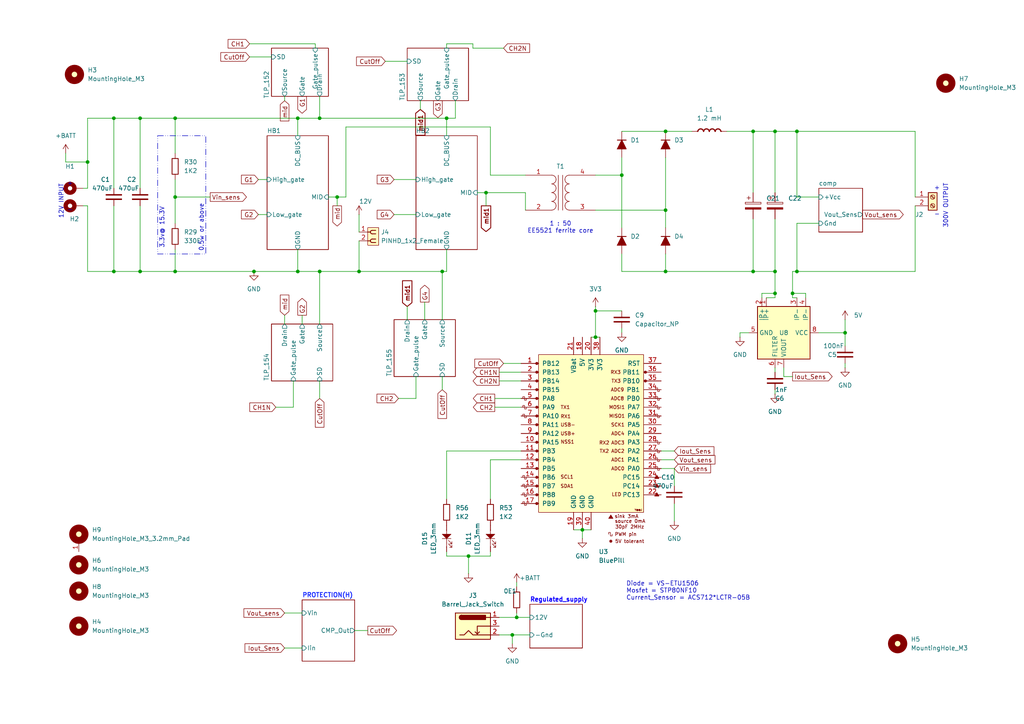
<source format=kicad_sch>
(kicad_sch (version 20231120) (generator "eeschema") (generator_version "8.0")
  (paper "A4")
  (lib_symbols
    (symbol "ACS712xLCTR-05B_1"
      (property "Reference" "U8" (at 2.1941 12.7 0))
      (property "Value" "ACS712xLCTR-05B" (at 2.1941 10.16 0))
      (symbol "ACS712xLCTR-05B_1_1_1"
        (pin passive line (at -10.16 -5.08 0) (length 2.54) (name "IP+") (number "1"))
        (pin passive line (at -10.16 -6.35 0) (length 2.54) (name "IP+") (number "2"))
        (pin passive line (at -10.16 3.81 0) (length 2.54) (name "IP-") (number "3"))
        (pin passive line (at -10.16 6.35 0) (length 2.54) (name "IP-") (number "4"))
        (pin power_in line (at 0 -10.16 90) (length 2.54) (name "GND") (number "5"))
        (pin passive line (at 10.16 -2.54 180) (length 2.54) (name "FILTER") (number "6"))
        (pin output line (at 10.16 0 180) (length 2.54) (name "VIOUT") (number "7"))
        (pin power_in line (at 0 10.16 270) (length 2.54) (name "VCC") (number "8"))
      )
    )
    (symbol "Connector:Barrel_Jack_Switch" (pin_names hide)
      (property "Reference" "J" (at 0 5.334 0))
      (property "Value" "Barrel_Jack_Switch" (at 0 -5.08 0))
      (symbol "Barrel_Jack_Switch_1_1"
        (pin passive line (at 7.62 2.54 180) (length 2.54) (name "~") (number "1"))
        (pin passive line (at 7.62 -2.54 180) (length 2.54) (name "~") (number "2"))
        (pin passive line (at 7.62 0 180) (length 2.54) (name "~") (number "3"))
      )
    )
    (symbol "Connector:Screw_Terminal_01x02" (pin_names (offset 1.016) hide)
      (property "Reference" "J" (at 0 2.54 0))
      (property "Value" "Screw_Terminal_01x02" (at 0 -5.08 0))
      (symbol "Screw_Terminal_01x02_1_1"
        (pin passive line (at -5.08 0 0) (length 3.81) (name "Pin_1") (number "1"))
        (pin passive line (at -5.08 -2.54 0) (length 3.81) (name "Pin_2") (number "2"))
      )
    )
    (symbol "Device:Transformer_1P_1S" (pin_names (offset 1.016) hide)
      (property "Reference" "T" (at 0 6.35 0))
      (property "Value" "Transformer_1P_1S" (at 0 -7.62 0))
      (symbol "Transformer_1P_1S_1_1"
        (pin passive line (at -10.16 5.08 0) (length 7.62) (name "AA") (number "1"))
        (pin passive line (at -10.16 -5.08 0) (length 7.62) (name "AB") (number "2"))
        (pin passive line (at 10.16 -5.08 180) (length 7.62) (name "SA") (number "3"))
        (pin passive line (at 10.16 5.08 180) (length 7.62) (name "SB") (number "4"))
      )
    )
    (symbol "PCM_Capacitor_AKL:CP_Generic" (pin_numbers hide) (pin_names (offset 0.254))
      (property "Reference" "C" (at 0.635 2.54 0))
      (property "Value" "CP_Generic" (at 0.635 -2.54 0))
      (symbol "CP_Generic_1_1"
        (pin passive line (at 0 3.81 270) (length 2.794) (name "~") (number "1"))
        (pin passive line (at 0 -3.81 90) (length 2.794) (name "~") (number "2"))
      )
    )
    (symbol "PCM_Diode_AKL:VS-ETU1506" (pin_numbers hide) (pin_names (offset 1.016) hide)
      (property "Reference" "D" (at 0 5.08 0))
      (property "Value" "VS-ETU1506" (at 0 2.54 0))
      (symbol "VS-ETU1506_1_1"
        (pin passive line (at 3.81 0 180) (length 2.54) (name "K") (number "1"))
        (pin passive line (at -3.81 0 0) (length 2.54) (name "A") (number "2"))
      )
    )
    (symbol "PCM_Elektuur:L" (pin_numbers hide) (pin_names (offset 0) hide)
      (property "Reference" "L" (at 2.54 3.175 0))
      (property "Value" "L" (at 2.54 -3.175 0))
      (symbol "L_1_0"
        (pin passive line (at 0 5.08 270) (length 1.5748) (name "+") (number "1"))
        (pin passive line (at 0 -5.08 90) (length 1.5748) (name "-") (number "2"))
      )
    )
    (symbol "PCM_SL_Devices:Capacitor_NP"
      (property "Reference" "C" (at 0 6.35 0))
      (property "Value" "Capacitor_NP" (at 0 3.81 0))
      (symbol "Capacitor_NP_1_1"
        (pin passive line (at -2.54 0 0) (length 2) (name "~") (number "1"))
        (pin input line (at 2.54 0 180) (length 2) (name "~") (number "2"))
      )
    )
    (symbol "PCM_SL_Devices:LED_3mm"
      (property "Reference" "D" (at -0.508 5.334 0))
      (property "Value" "LED_3mm" (at -0.508 2.794 0))
      (symbol "LED_3mm_1_1"
        (pin passive line (at 3.81 0 180) (length 1.5) (name "~") (number "1"))
        (pin passive line (at -3.81 0 0) (length 1.5) (name "") (number "2"))
      )
    )
    (symbol "PCM_SL_Mechanical:MountingHole_M3"
      (property "Reference" "H" (at 0 7.62 0))
      (property "Value" "MountingHole_M3" (at 0 5.08 0))
    )
    (symbol "PCM_SL_Mechanical:MountingHole_M3_3.2mm_Pad"
      (property "Reference" "H" (at 0 7.62 0))
      (property "Value" "MountingHole_M3_3.2mm_Pad" (at 0 5.08 0))
      (symbol "MountingHole_M3_3.2mm_Pad_1_1"
        (pin passive line (at 0 -5.08 90) (length 2.54) (name "") (number "1"))
      )
    )
    (symbol "PCM_SL_Pin_Headers:PINHD_1x2_Female"
      (property "Reference" "J" (at 0 7.62 0))
      (property "Value" "PINHD_1x2_Female" (at 0 5.08 0))
      (symbol "PINHD_1x2_Female_1_1"
        (pin passive line (at -3.81 1.27 0) (length 2.54) (name "") (number "1"))
        (pin passive line (at -3.81 -1.27 0) (length 2.54) (name "") (number "2"))
      )
    )
    (symbol "PCM_SL_Resistors:Resistor"
      (property "Reference" "R" (at 0 5.08 0))
      (property "Value" "Resistor" (at 0 2.54 0))
      (symbol "Resistor_1_1"
        (pin passive line (at -3.81 0 0) (length 1.5) (name "") (number "1"))
        (pin passive line (at 3.81 0 180) (length 1.5) (name "~") (number "2"))
      )
    )
    (symbol "inqbe:BluePill" (pin_names (offset 1.016))
      (property "Reference" "U" (at -13.97 24.13 0))
      (property "Value" "BluePill" (at 0 6.35 90))
      (symbol "BluePill_0_0"
        (text "30pF 2MHz" (at 11.176 -27.051 0) (effects (font (size 0.9906 0.9906))))
        (text "5V tolerant" (at 11.176 -31.242 0) (effects (font (size 0.9906 0.9906))))
        (text "ADC0" (at 7.747 -10.16 0) (effects (font (size 0.9906 0.9906))))
        (text "ADC1" (at 7.747 -7.62 0) (effects (font (size 0.9906 0.9906))))
        (text "ADC2" (at 7.747 -5.08 0) (effects (font (size 0.9906 0.9906))))
        (text "ADC3" (at 7.747 -2.667 0) (effects (font (size 0.9906 0.9906))))
        (text "ADC4" (at 7.747 0 0) (effects (font (size 0.9906 0.9906))))
        (text "ADC8" (at 7.62 10.16 0) (effects (font (size 0.9906 0.9906))))
        (text "ADC9" (at 7.62 12.7 0) (effects (font (size 0.9906 0.9906))))
        (text "LED" (at 7.366 -17.653 0) (effects (font (size 0.9906 0.9906))))
        (text "MISO1" (at 7.493 5.08 0) (effects (font (size 0.9906 0.9906))))
        (text "MOSI1" (at 7.493 7.62 0) (effects (font (size 0.9906 0.9906))))
        (text "NSS1" (at -6.858 -2.413 0) (effects (font (size 0.9906 0.9906))))
        (text "PWM pin" (at 10.033 -29.21 0) (effects (font (size 0.9906 0.9906))))
        (text "RX1" (at -7.366 4.953 0) (effects (font (size 0.9906 0.9906))))
        (text "RX2" (at 3.81 -2.667 0) (effects (font (size 0.9906 0.9906))))
        (text "RX3" (at 7.112 17.78 0) (effects (font (size 0.9906 0.9906))))
        (text "SCK1" (at 7.747 2.54 0) (effects (font (size 0.9906 0.9906))))
        (text "SCL1" (at -6.985 -12.573 0) (effects (font (size 0.9906 0.9906))))
        (text "SDA1" (at -6.985 -15.24 0) (effects (font (size 0.9906 0.9906))))
        (text "sink 3mA" (at 10.287 -24.003 0) (effects (font (size 0.9906 0.9906))))
        (text "source 0mA" (at 11.303 -25.4 0) (effects (font (size 0.9906 0.9906))))
        (text "TX1" (at -7.493 7.62 0) (effects (font (size 0.9906 0.9906))))
        (text "TX2" (at 3.81 -5.08 0) (effects (font (size 0.9906 0.9906))))
        (text "TX3" (at 7.239 15.24 0) (effects (font (size 0.9906 0.9906))))
        (text "USB+" (at -6.731 0 0) (effects (font (size 0.9906 0.9906))))
        (text "USB-" (at -6.731 2.54 0) (effects (font (size 0.9906 0.9906))))
        (text "Y@@J" (at 13.6906 -22.1488 0) (effects (font (size 0.508 0.508))))
      )
      (symbol "BluePill_1_1"
        (pin bidirectional line (at -20.32 20.32 0) (length 5.08) (name "PB12") (number "1"))
        (pin bidirectional line (at -20.32 -2.54 0) (length 5.08) (name "PA15") (number "10"))
        (pin bidirectional line (at -20.32 -5.08 0) (length 5.08) (name "PB3") (number "11"))
        (pin bidirectional line (at -20.32 -7.62 0) (length 5.08) (name "PB4") (number "12"))
        (pin bidirectional line (at -20.32 -10.16 0) (length 5.08) (name "PB5") (number "13"))
        (pin bidirectional line (at -20.32 -12.7 0) (length 5.08) (name "PB6") (number "14"))
        (pin bidirectional line (at -20.32 -15.24 0) (length 5.08) (name "PB7") (number "15"))
        (pin bidirectional line (at -20.32 -17.78 0) (length 5.08) (name "PB8") (number "16"))
        (pin bidirectional line (at -20.32 -20.32 0) (length 5.08) (name "PB9") (number "17"))
        (pin power_in line (at -2.54 27.94 270) (length 5.08) (name "5V") (number "18"))
        (pin power_in line (at -5.08 -27.94 90) (length 5.08) (name "GND") (number "19"))
        (pin bidirectional line (at -20.32 17.78 0) (length 5.08) (name "PB13") (number "2"))
        (pin power_in line (at 0 27.94 270) (length 5.08) (name "3V3") (number "20"))
        (pin power_in line (at -5.08 27.94 270) (length 5.08) (name "VBat") (number "21"))
        (pin bidirectional line (at 20.32 -17.78 180) (length 5.08) (name "PC13") (number "22"))
        (pin bidirectional line (at 20.32 -15.24 180) (length 5.08) (name "PC14") (number "23"))
        (pin bidirectional line (at 20.32 -12.7 180) (length 5.08) (name "PC15") (number "24"))
        (pin bidirectional line (at 20.32 -10.16 180) (length 5.08) (name "PA0") (number "25"))
        (pin bidirectional line (at 20.32 -7.62 180) (length 5.08) (name "PA1") (number "26"))
        (pin bidirectional line (at 20.32 -5.08 180) (length 5.08) (name "PA2") (number "27"))
        (pin bidirectional line (at 20.32 -2.54 180) (length 5.08) (name "PA3") (number "28"))
        (pin bidirectional line (at 20.32 0 180) (length 5.08) (name "PA4") (number "29"))
        (pin bidirectional line (at -20.32 15.24 0) (length 5.08) (name "PB14") (number "3"))
        (pin bidirectional line (at 20.32 2.54 180) (length 5.08) (name "PA5") (number "30"))
        (pin bidirectional line (at 20.32 5.08 180) (length 5.08) (name "PA6") (number "31"))
        (pin bidirectional line (at 20.32 7.62 180) (length 5.08) (name "PA7") (number "32"))
        (pin bidirectional line (at 20.32 10.16 180) (length 5.08) (name "PB0") (number "33"))
        (pin bidirectional line (at 20.32 12.7 180) (length 5.08) (name "PB1") (number "34"))
        (pin bidirectional line (at 20.32 15.24 180) (length 5.08) (name "PB10") (number "35"))
        (pin bidirectional line (at 20.32 17.78 180) (length 5.08) (name "PB11") (number "36"))
        (pin input line (at 20.32 20.32 180) (length 5.08) (name "RST") (number "37"))
        (pin power_in line (at 2.54 27.94 270) (length 5.08) (name "3V3") (number "38"))
        (pin power_in line (at -2.54 -27.94 90) (length 5.08) (name "GND") (number "39"))
        (pin bidirectional line (at -20.32 12.7 0) (length 5.08) (name "PB15") (number "4"))
        (pin power_in line (at 0 -27.94 90) (length 5.08) (name "GND") (number "40"))
        (pin bidirectional line (at -20.32 10.16 0) (length 5.08) (name "PA8") (number "5"))
        (pin bidirectional line (at -20.32 7.62 0) (length 5.08) (name "PA9") (number "6"))
        (pin bidirectional line (at -20.32 5.08 0) (length 5.08) (name "PA10") (number "7"))
        (pin bidirectional line (at -20.32 2.54 0) (length 5.08) (name "PA11") (number "8"))
        (pin bidirectional line (at -20.32 0 0) (length 5.08) (name "PA12") (number "9"))
      )
    )
    (symbol "inqbe:M5_bolt_terminal" (pin_numbers hide) (pin_names (offset 1.016) hide)
      (property "Reference" "H" (at 0 6.35 0))
      (property "Value" "M5_bolt_terminal" (at 0 4.445 0))
      (symbol "M5_bolt_terminal_1_1"
        (pin input line (at 0 -2.54 90) (length 2.54) (name "1") (number "1"))
      )
    )
    (symbol "power:+BATT" (power) (pin_numbers hide) (pin_names (offset 0) hide)
      (property "Value" "+BATT" (at 0 3.556 0))
      (symbol "+BATT_1_1"
        (pin power_in line (at 0 0 90) (length 0) (name "~") (number "1"))
      )
    )
    (symbol "power:GND" (power) (pin_numbers hide) (pin_names (offset 0) hide)
      (property "Value" "GND" (at 0 -3.81 0))
      (symbol "GND_1_1"
        (pin power_in line (at 0 0 270) (length 0) (name "~") (number "1"))
      )
    )
    (symbol "power:VCC" (power) (pin_numbers hide) (pin_names (offset 0) hide)
      (property "Value" "VCC" (at 0 3.556 0))
      (symbol "VCC_1_1"
        (pin power_in line (at 0 0 90) (length 0) (name "~") (number "1"))
      )
    )
  )
  (junction (at 172.72 97.79))
  (junction (at 193.04 38.1))
  (junction (at 168.91 153.67))
  (junction (at 224.79 78.74))
  (junction (at 231.14 38.1))
  (junction (at 218.44 78.74))
  (junction (at 40.64 78.74))
  (junction (at 148.59 184.15))
  (junction (at 128.27 78.74))
  (junction (at 50.8 78.74))
  (junction (at 193.04 60.96))
  (junction (at 193.04 78.74))
  (junction (at 180.34 50.8))
  (junction (at 149.86 179.07))
  (junction (at 33.02 78.74))
  (junction (at 86.36 78.74))
  (junction (at 224.79 85.09))
  (junction (at 218.44 38.1))
  (junction (at 33.02 34.29))
  (junction (at 172.72 90.17))
  (junction (at 40.64 34.29))
  (junction (at 92.71 34.29))
  (junction (at 86.36 34.29))
  (junction (at 50.8 34.29))
  (junction (at 231.14 78.74))
  (junction (at 129.54 34.29))
  (junction (at 104.14 78.74))
  (junction (at 92.71 78.74))
  (junction (at 245.11 96.52))
  (junction (at 135.89 161.29))
  (junction (at 97.79 57.15))
  (junction (at 50.8 57.15))
  (junction (at 140.97 55.88))
  (junction (at 25.4 46.99))
  (junction (at 73.66 78.74))
  (junction (at 224.79 38.1))
  (junction (at 229.87 85.09))
  (wire (pts (xy 137.16 13.97) (xy 146.05 13.97)))
  (wire (pts (xy 19.05 44.45) (xy 19.05 46.99)))
  (wire (pts (xy 152.4 50.8) (xy 142.24 50.8)))
  (wire (pts (xy 87.63 91.44) (xy 87.63 93.98)))
  (wire (pts (xy 142.24 144.78) (xy 142.24 133.35)))
  (wire (pts (xy 135.89 166.37) (xy 135.89 161.29)))
  (wire (pts (xy 224.79 85.09) (xy 220.98 85.09)))
  (wire (pts (xy 229.87 78.74) (xy 231.14 78.74)))
  (wire (pts (xy 82.55 177.8) (xy 87.63 177.8)))
  (wire (pts (xy 92.71 27.94) (xy 92.71 34.29)))
  (wire (pts (xy 104.14 78.74) (xy 128.27 78.74)))
  (wire (pts (xy 33.02 78.74) (xy 40.64 78.74)))
  (wire (pts (xy 129.54 144.78) (xy 129.54 130.81)))
  (wire (pts (xy 218.44 78.74) (xy 224.79 78.74)))
  (wire (pts (xy 265.43 57.15) (xy 265.43 38.1)))
  (wire (pts (xy 135.89 161.29) (xy 142.24 161.29)))
  (wire (pts (xy 19.05 46.99) (xy 25.4 46.99)))
  (wire (pts (xy 86.36 34.29) (xy 86.36 39.37)))
  (wire (pts (xy 143.51 118.11) (xy 151.13 118.11)))
  (wire (pts (xy 149.86 179.07) (xy 153.67 179.07)))
  (wire (pts (xy 104.14 62.23) (xy 104.14 67.31)))
  (wire (pts (xy 231.14 64.77) (xy 231.14 78.74)))
  (wire (pts (xy 148.59 184.15) (xy 153.67 184.15)))
  (wire (pts (xy 25.4 59.69) (xy 24.13 59.69)))
  (wire (pts (xy 138.43 55.88) (xy 140.97 55.88)))
  (wire (pts (xy 229.87 85.09) (xy 233.68 85.09)))
  (wire (pts (xy 25.4 34.29) (xy 25.4 46.99)))
  (wire (pts (xy 25.4 46.99) (xy 25.4 54.61)))
  (wire (pts (xy 193.04 78.74) (xy 218.44 78.74)))
  (wire (pts (xy 33.02 34.29) (xy 40.64 34.29)))
  (wire (pts (xy 128.27 109.22) (xy 128.27 113.03)))
  (wire (pts (xy 180.34 78.74) (xy 193.04 78.74)))
  (wire (pts (xy 142.24 133.35) (xy 151.13 133.35)))
  (wire (pts (xy 86.36 34.29) (xy 92.71 34.29)))
  (wire (pts (xy 220.98 86.36) (xy 220.98 85.09)))
  (wire (pts (xy 172.72 90.17) (xy 172.72 97.79)))
  (wire (pts (xy 245.11 105.41) (xy 245.11 106.68)))
  (wire (pts (xy 118.11 88.9) (xy 118.11 92.71)))
  (wire (pts (xy 144.78 179.07) (xy 149.86 179.07)))
  (wire (pts (xy 95.25 57.15) (xy 97.79 57.15)))
  (wire (pts (xy 50.8 57.15) (xy 60.96 57.15)))
  (wire (pts (xy 146.05 105.41) (xy 151.13 105.41)))
  (wire (pts (xy 152.4 60.96) (xy 152.4 55.88)))
  (wire (pts (xy 193.04 45.72) (xy 193.04 60.96)))
  (wire (pts (xy 24.13 54.61) (xy 25.4 54.61)))
  (wire (pts (xy 245.11 96.52) (xy 237.49 96.52)))
  (wire (pts (xy 129.54 160.02) (xy 129.54 161.29)))
  (wire (pts (xy 50.8 78.74) (xy 73.66 78.74)))
  (wire (pts (xy 193.04 73.66) (xy 193.04 78.74)))
  (wire (pts (xy 180.34 38.1) (xy 193.04 38.1)))
  (wire (pts (xy 50.8 57.15) (xy 50.8 64.77)))
  (wire (pts (xy 100.33 36.83) (xy 100.33 57.15)))
  (wire (pts (xy 233.68 86.36) (xy 233.68 85.09)))
  (wire (pts (xy 40.64 34.29) (xy 50.8 34.29)))
  (wire (pts (xy 40.64 59.69) (xy 40.64 78.74)))
  (wire (pts (xy 137.16 12.7) (xy 129.54 12.7)))
  (wire (pts (xy 82.55 27.94) (xy 82.55 29.21)))
  (wire (pts (xy 50.8 72.39) (xy 50.8 78.74)))
  (wire (pts (xy 114.3 62.23) (xy 120.65 62.23)))
  (wire (pts (xy 224.79 106.68) (xy 224.79 107.95)))
  (wire (pts (xy 114.3 52.07) (xy 120.65 52.07)))
  (wire (pts (xy 25.4 59.69) (xy 25.4 78.74)))
  (wire (pts (xy 137.16 13.97) (xy 137.16 12.7)))
  (wire (pts (xy 25.4 34.29) (xy 33.02 34.29)))
  (wire (pts (xy 115.57 115.57) (xy 120.65 115.57)))
  (wire (pts (xy 128.27 78.74) (xy 128.27 92.71)))
  (wire (pts (xy 172.72 50.8) (xy 180.34 50.8)))
  (wire (pts (xy 224.79 78.74) (xy 224.79 85.09)))
  (wire (pts (xy 82.55 91.44) (xy 82.55 93.98)))
  (wire (pts (xy 229.87 109.22) (xy 227.33 109.22)))
  (wire (pts (xy 50.8 52.07) (xy 50.8 57.15)))
  (wire (pts (xy 180.34 45.72) (xy 180.34 50.8)))
  (wire (pts (xy 73.66 78.74) (xy 86.36 78.74)))
  (wire (pts (xy 191.77 130.81) (xy 195.58 130.81)))
  (wire (pts (xy 104.14 69.85) (xy 104.14 78.74)))
  (wire (pts (xy 227.33 106.68) (xy 227.33 109.22)))
  (wire (pts (xy 148.59 184.15) (xy 148.59 186.69)))
  (wire (pts (xy 218.44 63.5) (xy 218.44 78.74)))
  (wire (pts (xy 86.36 72.39) (xy 86.36 78.74)))
  (wire (pts (xy 40.64 78.74) (xy 50.8 78.74)))
  (wire (pts (xy 129.54 161.29) (xy 135.89 161.29)))
  (wire (pts (xy 82.55 187.96) (xy 87.63 187.96)))
  (wire (pts (xy 172.72 97.79) (xy 173.99 97.79)))
  (wire (pts (xy 129.54 12.7) (xy 129.54 13.97)))
  (wire (pts (xy 92.71 78.74) (xy 104.14 78.74)))
  (wire (pts (xy 180.34 95.25) (xy 180.34 96.52)))
  (wire (pts (xy 92.71 110.49) (xy 92.71 115.57)))
  (wire (pts (xy 132.08 29.21) (xy 132.08 34.29)))
  (wire (pts (xy 229.87 85.09) (xy 229.87 86.36)))
  (wire (pts (xy 231.14 38.1) (xy 265.43 38.1)))
  (wire (pts (xy 121.92 29.21) (xy 121.92 31.75)))
  (wire (pts (xy 245.11 96.52) (xy 245.11 100.33)))
  (wire (pts (xy 50.8 34.29) (xy 50.8 44.45)))
  (wire (pts (xy 237.49 64.77) (xy 231.14 64.77)))
  (wire (pts (xy 123.19 87.63) (xy 123.19 92.71)))
  (wire (pts (xy 172.72 60.96) (xy 193.04 60.96)))
  (wire (pts (xy 231.14 38.1) (xy 231.14 57.15)))
  (wire (pts (xy 231.14 78.74) (xy 265.43 78.74)))
  (wire (pts (xy 102.87 182.88) (xy 106.68 182.88)))
  (wire (pts (xy 72.39 12.7) (xy 91.44 12.7)))
  (wire (pts (xy 97.79 57.15) (xy 100.33 57.15)))
  (wire (pts (xy 85.09 118.11) (xy 85.09 110.49)))
  (wire (pts (xy 214.63 96.52) (xy 214.63 97.79)))
  (wire (pts (xy 33.02 34.29) (xy 33.02 54.61)))
  (wire (pts (xy 265.43 59.69) (xy 265.43 78.74)))
  (wire (pts (xy 224.79 86.36) (xy 222.25 86.36)))
  (wire (pts (xy 144.78 107.95) (xy 151.13 107.95)))
  (wire (pts (xy 224.79 63.5) (xy 224.79 78.74)))
  (wire (pts (xy 120.65 115.57) (xy 120.65 109.22)))
  (wire (pts (xy 224.79 38.1) (xy 231.14 38.1)))
  (wire (pts (xy 180.34 50.8) (xy 180.34 66.04)))
  (wire (pts (xy 129.54 72.39) (xy 129.54 78.74)))
  (wire (pts (xy 91.44 12.7) (xy 91.44 13.97)))
  (wire (pts (xy 195.58 135.89) (xy 195.58 140.97)))
  (wire (pts (xy 224.79 113.03) (xy 224.79 114.3)))
  (wire (pts (xy 50.8 34.29) (xy 86.36 34.29)))
  (wire (pts (xy 193.04 38.1) (xy 200.66 38.1)))
  (wire (pts (xy 128.27 78.74) (xy 129.54 78.74)))
  (wire (pts (xy 86.36 78.74) (xy 92.71 78.74)))
  (wire (pts (xy 25.4 78.74) (xy 33.02 78.74)))
  (wire (pts (xy 143.51 115.57) (xy 151.13 115.57)))
  (wire (pts (xy 149.86 177.8) (xy 149.86 179.07)))
  (wire (pts (xy 168.91 153.67) (xy 168.91 156.21)))
  (wire (pts (xy 229.87 78.74) (xy 229.87 85.09)))
  (wire (pts (xy 111.76 17.78) (xy 118.11 17.78)))
  (wire (pts (xy 132.08 34.29) (xy 129.54 34.29)))
  (wire (pts (xy 218.44 38.1) (xy 224.79 38.1)))
  (wire (pts (xy 92.71 78.74) (xy 92.71 93.98)))
  (wire (pts (xy 149.86 168.91) (xy 149.86 170.18)))
  (wire (pts (xy 168.91 153.67) (xy 171.45 153.67)))
  (wire (pts (xy 218.44 38.1) (xy 218.44 55.88)))
  (wire (pts (xy 237.49 57.15) (xy 231.14 57.15)))
  (wire (pts (xy 229.87 86.36) (xy 231.14 86.36)))
  (wire (pts (xy 195.58 146.05) (xy 195.58 151.13)))
  (wire (pts (xy 224.79 85.09) (xy 224.79 86.36)))
  (wire (pts (xy 142.24 50.8) (xy 142.24 36.83)))
  (wire (pts (xy 144.78 110.49) (xy 151.13 110.49)))
  (wire (pts (xy 140.97 55.88) (xy 140.97 59.69)))
  (wire (pts (xy 33.02 59.69) (xy 33.02 78.74)))
  (wire (pts (xy 193.04 60.96) (xy 193.04 66.04)))
  (wire (pts (xy 210.82 38.1) (xy 218.44 38.1)))
  (wire (pts (xy 224.79 38.1) (xy 224.79 55.88)))
  (wire (pts (xy 180.34 73.66) (xy 180.34 78.74)))
  (wire (pts (xy 140.97 55.88) (xy 152.4 55.88)))
  (wire (pts (xy 129.54 130.81) (xy 151.13 130.81)))
  (wire (pts (xy 166.37 153.67) (xy 168.91 153.67)))
  (wire (pts (xy 97.79 57.15) (xy 97.79 59.69)))
  (wire (pts (xy 171.45 97.79) (xy 172.72 97.79)))
  (wire (pts (xy 72.39 16.51) (xy 78.74 16.51)))
  (wire (pts (xy 80.01 118.11) (xy 85.09 118.11)))
  (wire (pts (xy 129.54 34.29) (xy 129.54 39.37)))
  (wire (pts (xy 245.11 92.71) (xy 245.11 96.52)))
  (wire (pts (xy 74.93 52.07) (xy 77.47 52.07)))
  (wire (pts (xy 142.24 160.02) (xy 142.24 161.29)))
  (wire (pts (xy 172.72 90.17) (xy 180.34 90.17)))
  (wire (pts (xy 191.77 135.89) (xy 195.58 135.89)))
  (wire (pts (xy 40.64 34.29) (xy 40.64 54.61)))
  (wire (pts (xy 191.77 133.35) (xy 195.58 133.35)))
  (wire (pts (xy 92.71 34.29) (xy 129.54 34.29)))
  (wire (pts (xy 172.72 88.9) (xy 172.72 90.17)))
  (wire (pts (xy 217.17 96.52) (xy 214.63 96.52)))
  (wire (pts (xy 74.93 62.23) (xy 77.47 62.23)))
  (wire (pts (xy 144.78 184.15) (xy 148.59 184.15)))
  (wire (pts (xy 142.24 36.83) (xy 100.33 36.83)))
  (rectangle (start 45.72 39.37) (end 59.69 73.66) (stroke (width 0) (type dash_dot_dot)))
  (text "12V INPUT\n" (at 17.78 58.42 90) (effects (font (size 1.27 1.27))))
  (text "-" (at 20.32 60.96 0) (effects (font (size 1.27 1.27))))
  (text "3.3v@ 15.3V" (at 46.99 66.04 90) (effects (font (size 1.27 1.27))))
  (text "Diode = VS-ETU1506\nMosfet = STP80NF10\nCurrent_Sensor = ACS712*LCTR-05B\n" (at 181.61 171.45 0) (effects (font (size 1.27 1.27)) (justify left)))
  (text "+" (at 20.32 53.34 0) (effects (font (size 1.27 1.27))))
  (text "-" (at 271.78 62.23 0) (effects (font (size 1.27 1.27))))
  (text "0.5w or above" (at 58.42 66.04 90) (effects (font (size 1.27 1.27))))
  (text "+" (at 271.78 54.61 0) (effects (font (size 1.27 1.27))))
  (text "300V OUTPUT\n" (at 274.32 59.69 90) (effects (font (size 1.27 1.27))))
  (text "1 : 50\nEE5521 ferrite core\n" (at 162.56 66.04 0) (effects (font (size 1.27 1.27))))
  (global_label "CH2" (shape input) (at 115.57 115.57 180) (property "Intersheetrefs" "${INTERSHEET_REFS}" (effects (hide yes))))
  (global_label "CH1" (shape input) (at 72.39 12.7 180) (property "Intersheetrefs" "${INTERSHEET_REFS}" (effects (hide yes))))
  (global_label "G3" (shape output) (at 127 29.21 270) (property "Intersheetrefs" "${INTERSHEET_REFS}" (effects (hide yes))))
  (global_label "mid" (shape input) (at 82.55 91.44 90) (property "Intersheetrefs" "${INTERSHEET_REFS}" (effects (hide yes))))
  (global_label "mid" (shape output) (at 97.79 59.69 270) (property "Intersheetrefs" "${INTERSHEET_REFS}" (effects (hide yes))))
  (global_label "G2" (shape input) (at 74.93 62.23 180) (property "Intersheetrefs" "${INTERSHEET_REFS}" (effects (hide yes))))
  (global_label "CutOff" (shape input) (at 146.05 105.41 180) (property "Intersheetrefs" "${INTERSHEET_REFS}" (effects (hide yes))))
  (global_label "CH1N" (shape output) (at 144.78 107.95 180) (property "Intersheetrefs" "${INTERSHEET_REFS}" (effects (hide yes))))
  (global_label "CutOff" (shape input) (at 72.39 16.51 180) (property "Intersheetrefs" "${INTERSHEET_REFS}" (effects (hide yes))))
  (global_label "CH2N" (shape output) (at 144.78 110.49 180) (property "Intersheetrefs" "${INTERSHEET_REFS}" (effects (hide yes))))
  (global_label "CutOff" (shape input) (at 128.27 113.03 270) (property "Intersheetrefs" "${INTERSHEET_REFS}" (effects (hide yes))))
  (global_label "Iout_Sens" (shape output) (at 229.87 109.22 0) (property "Intersheetrefs" "${INTERSHEET_REFS}" (effects (hide yes))))
  (global_label "G2" (shape output) (at 87.63 91.44 90) (property "Intersheetrefs" "${INTERSHEET_REFS}" (effects (hide yes))))
  (global_label "Iout_Sens" (shape input) (at 195.58 130.81 0) (property "Intersheetrefs" "${INTERSHEET_REFS}" (effects (hide yes))))
  (global_label "mid" (shape input) (at 82.55 29.21 270) (property "Intersheetrefs" "${INTERSHEET_REFS}" (effects (hide yes))))
  (global_label "CutOff" (shape input) (at 92.71 115.57 270) (property "Intersheetrefs" "${INTERSHEET_REFS}" (effects (hide yes))))
  (global_label "Iout_Sens" (shape input) (at 82.55 187.96 180) (property "Intersheetrefs" "${INTERSHEET_REFS}" (effects (hide yes))))
  (global_label "mid1" (shape output) (at 140.97 59.69 270) (effects (font (bold yes))) (property "Intersheetrefs" "${INTERSHEET_REFS}" (effects (hide yes))))
  (global_label "CutOff" (shape output) (at 106.68 182.88 0) (property "Intersheetrefs" "${INTERSHEET_REFS}" (effects (hide yes))))
  (global_label "Vin_sens" (shape output) (at 60.96 57.15 0) (property "Intersheetrefs" "${INTERSHEET_REFS}" (effects (hide yes))))
  (global_label "CutOff" (shape input) (at 111.76 17.78 180) (property "Intersheetrefs" "${INTERSHEET_REFS}" (effects (hide yes))))
  (global_label "G4" (shape output) (at 123.19 87.63 90) (property "Intersheetrefs" "${INTERSHEET_REFS}" (effects (hide yes))))
  (global_label "mid1" (shape input) (at 121.92 31.75 270) (effects (font (bold yes))) (property "Intersheetrefs" "${INTERSHEET_REFS}" (effects (hide yes))))
  (global_label "Vin_sens" (shape input) (at 195.58 135.89 0) (property "Intersheetrefs" "${INTERSHEET_REFS}" (effects (hide yes))))
  (global_label "G1" (shape input) (at 74.93 52.07 180) (property "Intersheetrefs" "${INTERSHEET_REFS}" (effects (hide yes))))
  (global_label "CH1" (shape output) (at 143.51 115.57 180) (property "Intersheetrefs" "${INTERSHEET_REFS}" (effects (hide yes))))
  (global_label "CH1N" (shape input) (at 80.01 118.11 180) (property "Intersheetrefs" "${INTERSHEET_REFS}" (effects (hide yes))))
  (global_label "CH2N" (shape input) (at 146.05 13.97 0) (property "Intersheetrefs" "${INTERSHEET_REFS}" (effects (hide yes))))
  (global_label "G4" (shape input) (at 114.3 62.23 180) (property "Intersheetrefs" "${INTERSHEET_REFS}" (effects (hide yes))))
  (global_label "Vout_sens" (shape input) (at 195.58 133.35 0) (property "Intersheetrefs" "${INTERSHEET_REFS}" (effects (hide yes))))
  (global_label "G3" (shape input) (at 114.3 52.07 180) (property "Intersheetrefs" "${INTERSHEET_REFS}" (effects (hide yes))))
  (global_label "CH2" (shape output) (at 143.51 118.11 180) (property "Intersheetrefs" "${INTERSHEET_REFS}" (effects (hide yes))))
  (global_label "mid1" (shape input) (at 118.11 88.9 90) (effects (font (bold yes))) (property "Intersheetrefs" "${INTERSHEET_REFS}" (effects (hide yes))))
  (global_label "Vout_sens" (shape input) (at 82.55 177.8 180) (property "Intersheetrefs" "${INTERSHEET_REFS}" (effects (hide yes))))
  (global_label "Vout_sens" (shape output) (at 250.19 62.23 0) (property "Intersheetrefs" "${INTERSHEET_REFS}" (effects (hide yes))))
  (global_label "G1" (shape output) (at 87.63 27.94 270) (property "Intersheetrefs" "${INTERSHEET_REFS}" (effects (hide yes))))
  (symbol (lib_id "power:GND") (at 135.89 166.37 0) (unit 1)
    (property "Reference" "#PWR039" (effects (hide yes)))
    (property "Value" "GND" (effects (hide yes)))
    (property "Description" "Power symbol creates a global label with name \"GND\" , ground" (effects (hide yes)))
  )
  (symbol (lib_id "PCM_SL_Devices:Capacitor_NP") (at 224.79 110.49 90) (mirror x) (unit 1)
    (property "Reference" "C6" (at 224.79 115.57 90) (effects (justify right)))
    (property "Value" "1nF" (at 224.79 113.03 90) (effects (justify right)))
    (property "Footprint" "Capacitor_SMD:C_0805_2012Metric_Pad1.18x1.45mm_HandSolder" (effects (hide yes)))
    (property "Description" "Unpolarized Capacitor" (effects (hide yes)))
  )
  (symbol (lib_id "PCM_SL_Mechanical:MountingHole_M3") (at 22.86 171.45 0) (unit 1)
    (property "Reference" "H8" (at 26.67 170.1799 0) (effects (justify left)))
    (property "Value" "MountingHole_M3" (at 26.67 172.7199 0) (effects (justify left)))
    (property "Footprint" "MountingHole:MountingHole_3.2mm_M3" (effects (hide yes)))
    (property "Description" "3.2mm Diameter Mounting Hole (M3)" (effects (hide yes)))
  )
  (symbol (lib_id "PCM_Diode_AKL:VS-ETU1506") (at 193.04 41.91 90) (unit 1)
    (property "Reference" "D3" (at 195.58 40.6399 90) (effects (justify right)))
    (property "Value" "VS-ETU1506" (effects (hide yes)))
    (property "Footprint" "Package_TO_SOT_THT:TO-220-2_Vertical" (effects (hide yes)))
    (property "Datasheet" "https://www.tme.eu/Document/96e8a36d10a94ad648760ca876f3b334/etu1506.pdf" (effects (hide yes)))
    (property "Description" "TO-220 Diode, Ultrafast Rectifier, 600V, 15A, 47ns, Alternate KiCad Library" (effects (hide yes)))
  )
  (symbol (lib_id "power:GND") (at 148.59 186.69 0) (unit 1)
    (property "Reference" "#PWR038" (effects (hide yes)))
    (property "Value" "GND" (at 148.59 191.77 0))
    (property "Description" "Power symbol creates a global label with name \"GND\" , ground" (effects (hide yes)))
  )
  (symbol (lib_id "PCM_SL_Devices:LED_3mm") (at 142.24 156.21 270) (unit 1)
    (property "Reference" "D11" (at 135.89 156.21 0))
    (property "Value" "LED_3mm" (at 138.43 156.21 0))
    (property "Footprint" "LED_THT:LED_D3.0mm" (effects (hide yes)))
    (property "Description" "3mm diameter small LED" (effects (hide yes)))
  )
  (symbol (lib_id "PCM_SL_Devices:Capacitor_NP") (at 245.11 102.87 90) (mirror x) (unit 1)
    (property "Reference" "C5" (at 240.03 102.87 90) (effects (justify right)))
    (property "Value" "100nF" (at 238.76 100.33 90) (effects (justify right)))
    (property "Footprint" "Capacitor_THT:C_Disc_D4.7mm_W2.5mm_P5.00mm" (effects (hide yes)))
    (property "Description" "Unpolarized Capacitor" (effects (hide yes)))
  )
  (symbol (lib_name "ACS712xLCTR-05B_1") (lib_id "Sensor_Current:ACS712xLCTR-05B") (at 227.33 96.52 270) (unit 1)
    (property "Reference" "U8" (at 227.33 96.52 90))
    (property "Value" "ACS712xLCTR-05B" (effects (hide yes)))
    (property "Footprint" "Package_SO:SOIC-8_3.9x4.9mm_P1.27mm" (effects (hide yes)))
    (property "Datasheet" "http://www.allegromicro.com/~/media/Files/Datasheets/ACS712-Datasheet.ashx?la=en" (effects (hide yes)))
    (property "Description" "±5A Bidirectional Hall-Effect Current Sensor, +5.0V supply, 185mV/A, SOIC-8" (effects (hide yes)))
  )
  (symbol (lib_id "PCM_Diode_AKL:VS-ETU1506") (at 180.34 41.91 90) (unit 1)
    (property "Reference" "D1" (at 182.88 40.6399 90) (effects (justify right)))
    (property "Value" "VS-ETU1506" (effects (hide yes)))
    (property "Footprint" "Package_TO_SOT_THT:TO-220-2_Vertical" (effects (hide yes)))
    (property "Datasheet" "https://www.tme.eu/Document/96e8a36d10a94ad648760ca876f3b334/etu1506.pdf" (effects (hide yes)))
    (property "Description" "TO-220 Diode, Ultrafast Rectifier, 600V, 15A, 47ns, Alternate KiCad Library" (effects (hide yes)))
  )
  (symbol (lib_id "PCM_SL_Resistors:Resistor") (at 50.8 68.58 90) (unit 1)
    (property "Reference" "R29" (at 53.34 67.3099 90) (effects (justify right)))
    (property "Value" "330E" (at 53.34 69.85 90) (effects (justify right)))
    (property "Footprint" "Resistor_SMD:R_0805_2012Metric_Pad1.20x1.40mm_HandSolder" (effects (hide yes)))
    (property "Description" "1/4W Resistor" (effects (hide yes)))
  )
  (symbol (lib_id "PCM_SL_Mechanical:MountingHole_M3_3.2mm_Pad") (at 22.86 154.94 0) (unit 1)
    (property "Reference" "H9" (at 26.67 153.6699 0) (effects (justify left)))
    (property "Value" "MountingHole_M3_3.2mm_Pad" (at 26.67 156.2099 0) (effects (justify left)))
    (property "Footprint" "PCM_SL_Mechanical:MountingHole_3.2mm_Pad" (effects (hide yes)))
    (property "Description" "3.2mm Diameter Mounting Hole Pad (M3)" (effects (hide yes)))
  )
  (symbol (lib_id "PCM_SL_Mechanical:MountingHole_M3") (at 22.86 163.83 0) (unit 1)
    (property "Reference" "H6" (at 26.67 162.5599 0) (effects (justify left)))
    (property "Value" "MountingHole_M3" (at 26.67 165.0999 0) (effects (justify left)))
    (property "Footprint" "MountingHole:MountingHole_3.2mm_M3" (effects (hide yes)))
    (property "Description" "3.2mm Diameter Mounting Hole (M3)" (effects (hide yes)))
  )
  (symbol (lib_id "inqbe:M5_bolt_terminal") (at 21.59 59.69 90) (unit 1)
    (property "Reference" "H2" (at 21.59 63.5 90))
    (property "Value" "M5_bolt_terminal" (effects (hide yes)))
    (property "Footprint" "inqbe:bolt_terminal_15x14.5mm" (effects (hide yes)))
    (property "Description" "Mounting Hole with connection" (effects (hide yes)))
  )
  (symbol (lib_id "Connector:Barrel_Jack_Switch") (at 137.16 181.61 0) (unit 1)
    (property "Reference" "J3" (at 137.16 172.72 0))
    (property "Value" "Barrel_Jack_Switch" (at 137.16 175.26 0))
    (property "Footprint" "Connector_BarrelJack:BarrelJack_Horizontal" (effects (hide yes)))
    (property "Description" "DC Barrel Jack with an internal switch" (effects (hide yes)))
  )
  (symbol (lib_id "power:+BATT") (at 149.86 168.91 0) (unit 1)
    (property "Reference" "#PWR041" (effects (hide yes)))
    (property "Value" "+BATT" (at 153.67 167.64 0))
    (property "Description" "Power symbol creates a global label with name \"+BATT\"" (effects (hide yes)))
  )
  (symbol (lib_id "inqbe:BluePill") (at 171.45 125.73 0) (unit 1)
    (property "Reference" "U3" (at 173.6441 160.02 0) (effects (justify left)))
    (property "Value" "BluePill" (at 173.6441 162.56 0) (effects (justify left)))
    (property "Footprint" "inqbe:BluePill" (effects (hide yes)))
    (property "Description" "STM32 Blue Pill ; KLC compliant" (effects (hide yes)))
  )
  (symbol (lib_id "PCM_SL_Devices:Capacitor_NP") (at 195.58 143.51 90) (unit 1)
    (property "Reference" "C10" (at 191.77 138.43 90) (effects (justify right)))
    (property "Value" "470uF" (at 189.23 140.97 90) (effects (justify right)))
    (property "Footprint" "Capacitor_SMD:C_0805_2012Metric_Pad1.18x1.45mm_HandSolder" (effects (hide yes)))
    (property "Description" "Unpolarized Capacitor" (effects (hide yes)))
  )
  (symbol (lib_id "power:GND") (at 73.66 78.74 0) (unit 1)
    (property "Reference" "#PWR034" (effects (hide yes)))
    (property "Value" "GND" (at 73.66 83.82 0))
    (property "Description" "Power symbol creates a global label with name \"GND\" , ground" (effects (hide yes)))
  )
  (symbol (lib_id "power:VCC") (at 245.11 92.71 0) (mirror y) (unit 1)
    (property "Reference" "#PWR010" (effects (hide yes)))
    (property "Value" "5V" (at 247.65 91.4399 0) (effects (justify right)))
    (property "Description" "Power symbol creates a global label with name \"VCC\"" (effects (hide yes)))
  )
  (symbol (lib_id "PCM_Diode_AKL:VS-ETU1506") (at 193.04 69.85 90) (unit 1)
    (property "Reference" "D4" (at 195.58 68.5799 90) (effects (justify right)))
    (property "Value" "VS-ETU1506" (effects (hide yes)))
    (property "Footprint" "Package_TO_SOT_THT:TO-220-2_Vertical" (effects (hide yes)))
    (property "Datasheet" "https://www.tme.eu/Document/96e8a36d10a94ad648760ca876f3b334/etu1506.pdf" (effects (hide yes)))
    (property "Description" "TO-220 Diode, Ultrafast Rectifier, 600V, 15A, 47ns, Alternate KiCad Library" (effects (hide yes)))
  )
  (symbol (lib_id "PCM_Elektuur:L") (at 205.74 38.1 90) (unit 1)
    (property "Reference" "L1" (at 205.74 31.75 90))
    (property "Value" "1.2 mH" (at 205.74 34.29 90))
    (property "Footprint" "inqbe:EE 55" (effects (hide yes)))
    (property "Description" "coil/winding/inductor/choke/reactor" (effects (hide yes)))
    (property "Indicator" "●" (effects (hide yes)))
    (property "Rating" "A" (effects (hide yes)))
  )
  (symbol (lib_id "PCM_Diode_AKL:VS-ETU1506") (at 180.34 69.85 90) (unit 1)
    (property "Reference" "D2" (at 182.88 68.5799 90) (effects (justify right)))
    (property "Value" "VS-ETU1506" (effects (hide yes)))
    (property "Footprint" "Package_TO_SOT_THT:TO-220-2_Vertical" (effects (hide yes)))
    (property "Datasheet" "https://www.tme.eu/Document/96e8a36d10a94ad648760ca876f3b334/etu1506.pdf" (effects (hide yes)))
    (property "Description" "TO-220 Diode, Ultrafast Rectifier, 600V, 15A, 47ns, Alternate KiCad Library" (effects (hide yes)))
  )
  (symbol (lib_id "power:VCC") (at 172.72 88.9 0) (unit 1)
    (property "Reference" "#PWR012" (effects (hide yes)))
    (property "Value" "3V3" (at 172.72 83.82 0))
    (property "Description" "Power symbol creates a global label with name \"VCC\"" (effects (hide yes)))
  )
  (symbol (lib_id "PCM_SL_Resistors:Resistor") (at 129.54 148.59 90) (unit 1)
    (property "Reference" "R56" (at 132.08 147.3199 90) (effects (justify right)))
    (property "Value" "1K2" (at 132.08 149.8599 90) (effects (justify right)))
    (property "Footprint" "Resistor_SMD:R_0805_2012Metric_Pad1.20x1.40mm_HandSolder" (effects (hide yes)))
    (property "Description" "1/4W Resistor" (effects (hide yes)))
  )
  (symbol (lib_id "power:GND") (at 245.11 106.68 0) (mirror y) (unit 1)
    (property "Reference" "#PWR01" (effects (hide yes)))
    (property "Value" "GND" (at 245.11 111.76 0))
    (property "Description" "Power symbol creates a global label with name \"GND\" , ground" (effects (hide yes)))
  )
  (symbol (lib_id "PCM_Capacitor_AKL:CP_Generic") (at 224.79 59.69 0) (unit 1)
    (property "Reference" "C22" (at 228.6 57.5309 0) (effects (justify left)))
    (property "Value" "CP_Generic" (effects (hide yes)))
    (property "Footprint" "Capacitor_THT:CP_Radial_D35.0mm_P10.00mm_SnapIn" (effects (hide yes)))
    (property "Description" "Polarized capacitor, Generic European Symbol, Alternate KiCad Library" (effects (hide yes)))
  )
  (symbol (lib_id "PCM_SL_Mechanical:MountingHole_M3") (at 260.35 186.69 0) (unit 1)
    (property "Reference" "H5" (at 264.16 185.4199 0) (effects (justify left)))
    (property "Value" "MountingHole_M3" (at 264.16 187.9599 0) (effects (justify left)))
    (property "Footprint" "MountingHole:MountingHole_3.2mm_M3" (effects (hide yes)))
    (property "Description" "3.2mm Diameter Mounting Hole (M3)" (effects (hide yes)))
  )
  (symbol (lib_id "power:GND") (at 224.79 114.3 0) (mirror y) (unit 1)
    (property "Reference" "#PWR09" (effects (hide yes)))
    (property "Value" "GND" (at 224.79 119.38 0))
    (property "Description" "Power symbol creates a global label with name \"GND\" , ground" (effects (hide yes)))
  )
  (symbol (lib_id "PCM_Capacitor_AKL:CP_Generic") (at 218.44 59.69 0) (unit 1)
    (property "Reference" "C21" (at 222.25 57.5309 0) (effects (justify left)))
    (property "Value" "CP_Generic" (effects (hide yes)))
    (property "Footprint" "Capacitor_THT:CP_Radial_D35.0mm_P10.00mm_SnapIn" (effects (hide yes)))
    (property "Description" "Polarized capacitor, Generic European Symbol, Alternate KiCad Library" (effects (hide yes)))
  )
  (symbol (lib_id "PCM_SL_Mechanical:MountingHole_M3") (at 22.86 181.61 0) (unit 1)
    (property "Reference" "H4" (at 26.67 180.3399 0) (effects (justify left)))
    (property "Value" "MountingHole_M3" (at 26.67 182.8799 0) (effects (justify left)))
    (property "Footprint" "MountingHole:MountingHole_3.2mm_M3" (effects (hide yes)))
    (property "Description" "3.2mm Diameter Mounting Hole (M3)" (effects (hide yes)))
  )
  (symbol (lib_id "PCM_SL_Devices:Capacitor_NP") (at 33.02 57.15 90) (unit 1)
    (property "Reference" "C1" (at 29.21 52.07 90) (effects (justify right)))
    (property "Value" "470uF" (at 26.67 54.61 90) (effects (justify right)))
    (property "Footprint" "Capacitor_THT:CP_Radial_D12.5mm_P5.00mm" (effects (hide yes)))
    (property "Description" "Unpolarized Capacitor" (effects (hide yes)))
  )
  (symbol (lib_id "PCM_SL_Devices:Capacitor_NP") (at 40.64 57.15 90) (unit 1)
    (property "Reference" "C2" (at 36.83 52.07 90) (effects (justify right)))
    (property "Value" "470uF" (at 34.29 54.61 90) (effects (justify right)))
    (property "Footprint" "Capacitor_THT:CP_Radial_D12.5mm_P5.00mm" (effects (hide yes)))
    (property "Description" "Unpolarized Capacitor" (effects (hide yes)))
  )
  (symbol (lib_id "PCM_SL_Mechanical:MountingHole_M3") (at 21.59 21.59 0) (unit 1)
    (property "Reference" "H3" (at 25.4 20.3199 0) (effects (justify left)))
    (property "Value" "MountingHole_M3" (at 25.4 22.8599 0) (effects (justify left)))
    (property "Footprint" "MountingHole:MountingHole_3.2mm_M3" (effects (hide yes)))
    (property "Description" "3.2mm Diameter Mounting Hole (M3)" (effects (hide yes)))
  )
  (symbol (lib_id "power:GND") (at 168.91 156.21 0) (unit 1)
    (property "Reference" "#PWR014" (effects (hide yes)))
    (property "Value" "GND" (at 168.91 161.29 0))
    (property "Description" "Power symbol creates a global label with name \"GND\" , ground" (effects (hide yes)))
  )
  (symbol (lib_id "PCM_SL_Resistors:Resistor") (at 50.8 48.26 90) (unit 1)
    (property "Reference" "R30" (at 53.34 46.9899 90) (effects (justify right)))
    (property "Value" "1K2" (at 53.34 49.5299 90) (effects (justify right)))
    (property "Footprint" "Resistor_THT:R_Axial_DIN0207_L6.3mm_D2.5mm_P10.16mm_Horizontal" (effects (hide yes)))
    (property "Description" "1/4W Resistor" (effects (hide yes)))
  )
  (symbol (lib_id "Connector:Screw_Terminal_01x02") (at 270.51 57.15 0) (unit 1)
    (property "Reference" "J2" (at 265.43 62.23 0) (effects (justify left)))
    (property "Value" "01x02" (effects (hide yes)))
    (property "Footprint" "TerminalBlock:TerminalBlock_bornier-2_P5.08mm" (effects (hide yes)))
    (property "Description" "Generic screw terminal, single row, 01x02, script generated (kicad-library-utils/schlib/autogen/connector/)" (effects (hide yes)))
  )
  (symbol (lib_id "power:GND") (at 214.63 97.79 0) (mirror y) (unit 1)
    (property "Reference" "#PWR07" (effects (hide yes)))
    (property "Value" "GND" (at 214.63 102.87 0))
    (property "Description" "Power symbol creates a global label with name \"GND\" , ground" (effects (hide yes)))
  )
  (symbol (lib_id "power:GND") (at 180.34 96.52 0) (unit 1)
    (property "Reference" "#PWR013" (effects (hide yes)))
    (property "Value" "GND" (at 180.34 101.6 0))
    (property "Description" "Power symbol creates a global label with name \"GND\" , ground" (effects (hide yes)))
  )
  (symbol (lib_id "PCM_SL_Mechanical:MountingHole_M3") (at 274.32 24.13 0) (unit 1)
    (property "Reference" "H7" (at 278.13 22.8599 0) (effects (justify left)))
    (property "Value" "MountingHole_M3" (at 278.13 25.3999 0) (effects (justify left)))
    (property "Footprint" "MountingHole:MountingHole_3.2mm_M3" (effects (hide yes)))
    (property "Description" "3.2mm Diameter Mounting Hole (M3)" (effects (hide yes)))
  )
  (symbol (lib_id "power:+BATT") (at 19.05 44.45 0) (unit 1)
    (property "Reference" "#PWR040" (effects (hide yes)))
    (property "Value" "+BATT" (at 19.05 39.37 0))
    (property "Description" "Power symbol creates a global label with name \"+BATT\"" (effects (hide yes)))
  )
  (symbol (lib_id "PCM_SL_Devices:LED_3mm") (at 129.54 156.21 270) (unit 1)
    (property "Reference" "D15" (at 123.19 156.21 0))
    (property "Value" "LED_3mm" (at 125.73 156.21 0))
    (property "Footprint" "LED_THT:LED_D3.0mm" (effects (hide yes)))
    (property "Description" "3mm diameter small LED" (effects (hide yes)))
  )
  (symbol (lib_id "power:VCC") (at 104.14 62.23 0) (mirror y) (unit 1)
    (property "Reference" "#PWR02" (effects (hide yes)))
    (property "Value" "12V" (at 104.14 58.42 0) (effects (justify right)))
    (property "Description" "Power symbol creates a global label with name \"VCC\"" (effects (hide yes)))
  )
  (symbol (lib_id "PCM_SL_Pin_Headers:PINHD_1x2_Female") (at 107.95 68.58 0) (unit 1)
    (property "Reference" "J4" (at 110.49 67.3099 0) (effects (justify left)))
    (property "Value" "PINHD_1x2_Female" (at 110.49 69.8499 0) (effects (justify left)))
    (property "Footprint" "inqbe:2pin_RMC" (effects (hide yes)))
    (property "Description" "Pin Header female with pin space 2.54mm. Pin Count -2" (effects (hide yes)))
  )
  (symbol (lib_id "inqbe:M5_bolt_terminal") (at 21.59 54.61 90) (unit 1)
    (property "Reference" "H1" (at 20.32 48.26 90))
    (property "Value" "M5_bolt_terminal" (effects (hide yes)))
    (property "Footprint" "inqbe:bolt_terminal_15x14.5mm" (effects (hide yes)))
    (property "Description" "Mounting Hole with connection" (effects (hide yes)))
  )
  (symbol (lib_id "Device:Transformer_1P_1S") (at 162.56 55.88 0) (unit 1)
    (property "Reference" "T1" (at 162.56 48.26 0))
    (property "Value" "Transformer_1P_1S" (effects (hide yes)))
    (property "Footprint" "inqbe:EE 55" (effects (hide yes)))
    (property "Description" "Transformer, single primary, single secondary" (effects (hide yes)))
  )
  (symbol (lib_id "PCM_SL_Devices:Capacitor_NP") (at 180.34 92.71 90) (unit 1)
    (property "Reference" "C9" (at 184.15 91.4399 90) (effects (justify right)))
    (property "Value" "Capacitor_NP" (at 184.15 93.9799 90) (effects (justify right)))
    (property "Footprint" "Capacitor_THT:C_Disc_D3.0mm_W2.0mm_P2.50mm" (effects (hide yes)))
    (property "Description" "Unpolarized Capacitor" (effects (hide yes)))
  )
  (symbol (lib_id "power:GND") (at 195.58 151.13 0) (unit 1)
    (property "Reference" "#PWR04" (effects (hide yes)))
    (property "Value" "GND" (at 195.58 156.21 0))
    (property "Description" "Power symbol creates a global label with name \"GND\" , ground" (effects (hide yes)))
  )
  (symbol (lib_id "PCM_SL_Resistors:Resistor") (at 149.86 173.99 90) (unit 1)
    (property "Reference" "0E1" (at 146.05 171.45 90) (effects (justify right)))
    (property "Value" "Resistor" (effects (hide yes)))
    (property "Footprint" "Resistor_THT:R_Axial_DIN0207_L6.3mm_D2.5mm_P10.16mm_Horizontal" (effects (hide yes)))
    (property "Description" "1/4W Resistor" (effects (hide yes)))
  )
  (symbol (lib_id "PCM_SL_Resistors:Resistor") (at 142.24 148.59 90) (unit 1)
    (property "Reference" "R53" (at 144.78 147.3199 90) (effects (justify right)))
    (property "Value" "1K2" (at 144.78 149.8599 90) (effects (justify right)))
    (property "Footprint" "Resistor_SMD:R_0805_2012Metric_Pad1.20x1.40mm_HandSolder" (effects (hide yes)))
    (property "Description" "1/4W Resistor" (effects (hide yes)))
  )
  (sheet (at 118.11 13.97) (size 17.78 15.24) (stroke (width 0.1524))
    (property "Sheetname" "TLP_153" (at 117.3984 29.21 90) (effects (justify left bottom)))
    (property "Sheetfile" "1.kicad_sch" (effects (hide yes)))
    (pin "Drain" output (at 132.08 29.21 270))
    (pin "Source" output (at 121.92 29.21 270))
    (pin "Gate" output (at 127 29.21 270))
    (pin "Gate_pulse" input (at 129.54 13.97 90))
    (pin "SD" input (at 118.11 17.78 180))
  )
  (sheet (at 78.74 13.97) (size 16.51 13.97) (stroke (width 0.1524))
    (property "Sheetname" "TLP_152" (at 78.0284 28.575 90) (effects (justify left bottom)))
    (property "Sheetfile" "1.kicad_sch" (effects (hide yes)))
    (pin "Drain" output (at 92.71 27.94 270))
    (pin "Source" output (at 82.55 27.94 270))
    (pin "Gate" output (at 87.63 27.94 270))
    (pin "Gate_pulse" input (at 91.44 13.97 90))
    (pin "SD" input (at 78.74 16.51 180))
  )
  (sheet (at 120.65 39.37) (size 17.78 33.02) (stroke (width 0.1524))
    (property "Sheetname" "HB2" (at 120.65 38.6584 0) (effects (justify left bottom)))
    (property "Sheetfile" "Half_bridge_3p_mosfet.kicad_sch" (effects (hide yes)))
    (pin "DC_BUS" input (at 129.54 39.37 90))
    (pin "GND" output (at 129.54 72.39 270))
    (pin "MID" input (at 138.43 55.88 0))
    (pin "High_gate" input (at 120.65 52.07 180))
    (pin "Low_gate" input (at 120.65 62.23 180))
  )
  (sheet (at 114.3 92.71) (size 17.78 16.51) (stroke (width 0.1524))
    (property "Sheetname" "TLP_155" (at 113.5884 109.22 90) (effects (justify left bottom)))
    (property "Sheetfile" "1.kicad_sch" (effects (hide yes)))
    (pin "Drain" output (at 118.11 92.71 90))
    (pin "Source" output (at 128.27 92.71 90))
    (pin "Gate" output (at 123.19 92.71 90))
    (pin "Gate_pulse" input (at 120.65 109.22 270))
    (pin "SD" input (at 128.27 109.22 270))
  )
  (sheet (at 78.74 93.98) (size 17.78 16.51) (stroke (width 0.1524))
    (property "Sheetname" "TLP_154" (at 78.0284 110.49 90) (effects (justify left bottom)))
    (property "Sheetfile" "1.kicad_sch" (effects (hide yes)))
    (pin "Drain" output (at 82.55 93.98 90))
    (pin "Source" output (at 92.71 93.98 90))
    (pin "Gate" output (at 87.63 93.98 90))
    (pin "Gate_pulse" input (at 85.09 110.49 270))
    (pin "SD" input (at 92.71 110.49 270))
  )
  (sheet (at 237.49 54.61) (size 12.7 12.7) (stroke (width 0.1524))
    (property "Sheetname" "comp" (at 237.49 53.8984 0) (effects (justify left bottom)))
    (property "Sheetfile" "d.kicad_sch" (effects (hide yes)))
    (pin "Vout_Sens" output (at 250.19 62.23 0))
    (pin "+Vcc" input (at 237.49 57.15 180))
    (pin "Gnd" input (at 237.49 64.77 180))
  )
  (sheet (at 77.47 39.37) (size 17.78 33.02) (stroke (width 0.1524))
    (property "Sheetname" "HB1" (at 77.47 38.6584 0) (effects (justify left bottom)))
    (property "Sheetfile" "Half_bridge_3p_mosfet.kicad_sch" (effects (hide yes)))
    (pin "DC_BUS" input (at 86.36 39.37 90))
    (pin "GND" output (at 86.36 72.39 270))
    (pin "MID" input (at 95.25 57.15 0))
    (pin "High_gate" input (at 77.47 52.07 180))
    (pin "Low_gate" input (at 77.47 62.23 180))
  )
  (sheet (at 87.63 173.99) (size 15.24 17.78) (stroke (width 0.1524))
    (property "Sheetname" "PROTECTION(H)" (at 87.63 173.2784 0) (effects (font (bold yes)) (justify left bottom)))
    (property "Sheetfile" "untitled.kicad_sch" (effects (hide yes)))
    (pin "Iin" input (at 87.63 187.96 180))
    (pin "CMP_Out" output (at 102.87 182.88 0))
    (pin "Vin" input (at 87.63 177.8 180))
  )
  (sheet (at 153.67 175.26) (size 15.24 12.7) (stroke (width 0.1524))
    (property "Sheetname" "Regulated_supply" (at 153.67 174.5484 0) (effects (font (bold yes)) (justify left bottom)))
    (property "Sheetfile" "supply.kicad_sch" (effects (hide yes)))
    (pin "12V" input (at 153.67 179.07 180))
    (pin "-Gnd" input (at 153.67 184.15 180))
  )
)
</source>
